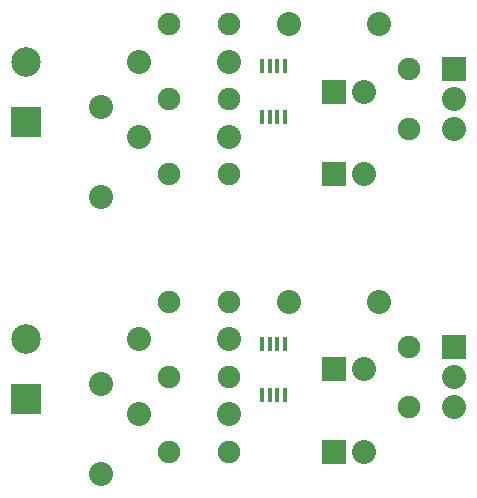
<source format=gts>
G04 (created by PCBNEW (2013-07-07 BZR 4022)-stable) date 07/12/2013 13:23:06*
%MOIN*%
G04 Gerber Fmt 3.4, Leading zero omitted, Abs format*
%FSLAX34Y34*%
G01*
G70*
G90*
G04 APERTURE LIST*
%ADD10C,0.00590551*%
%ADD11C,0.075*%
%ADD12R,0.08X0.08*%
%ADD13C,0.08*%
%ADD14R,0.015X0.05*%
%ADD15R,0.0984X0.0984*%
%ADD16C,0.0984*%
G04 APERTURE END LIST*
G54D10*
G54D11*
X23750Y-31250D03*
X23750Y-33250D03*
X15750Y-29750D03*
X17750Y-29750D03*
X17750Y-34750D03*
X15750Y-34750D03*
X15750Y-32250D03*
X17750Y-32250D03*
G54D12*
X21250Y-32000D03*
G54D13*
X22250Y-32000D03*
G54D12*
X21250Y-34750D03*
G54D13*
X22250Y-34750D03*
G54D14*
X18866Y-32850D03*
X19122Y-32850D03*
X19378Y-32850D03*
X19634Y-32850D03*
X19634Y-31150D03*
X19378Y-31150D03*
X19122Y-31150D03*
X18866Y-31150D03*
G54D13*
X19750Y-29750D03*
X22750Y-29750D03*
X13500Y-32500D03*
X13500Y-35500D03*
X14750Y-33500D03*
X17750Y-33500D03*
X14750Y-31000D03*
X17750Y-31000D03*
G54D15*
X11000Y-33000D03*
G54D16*
X11000Y-31000D03*
G54D12*
X25250Y-31250D03*
G54D13*
X25250Y-32250D03*
X25250Y-33250D03*
G54D12*
X25250Y-22000D03*
G54D13*
X25250Y-23000D03*
X25250Y-24000D03*
G54D15*
X11000Y-23750D03*
G54D16*
X11000Y-21750D03*
G54D13*
X14750Y-21750D03*
X17750Y-21750D03*
X14750Y-24250D03*
X17750Y-24250D03*
X13500Y-23250D03*
X13500Y-26250D03*
X19750Y-20500D03*
X22750Y-20500D03*
G54D14*
X18866Y-23600D03*
X19122Y-23600D03*
X19378Y-23600D03*
X19634Y-23600D03*
X19634Y-21900D03*
X19378Y-21900D03*
X19122Y-21900D03*
X18866Y-21900D03*
G54D12*
X21250Y-25500D03*
G54D13*
X22250Y-25500D03*
G54D12*
X21250Y-22750D03*
G54D13*
X22250Y-22750D03*
G54D11*
X15750Y-23000D03*
X17750Y-23000D03*
X17750Y-25500D03*
X15750Y-25500D03*
X15750Y-20500D03*
X17750Y-20500D03*
X23750Y-22000D03*
X23750Y-24000D03*
M02*

</source>
